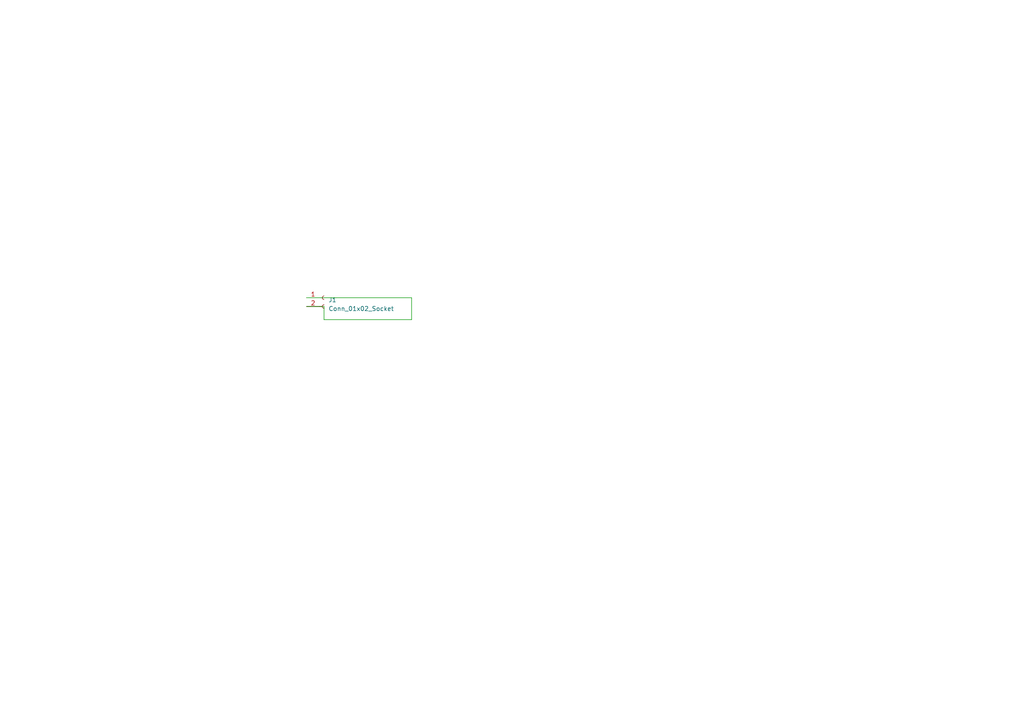
<source format=kicad_sch>
(kicad_sch (version 20230121) (generator eeschema)
  (paper "A4")
  (lib_symbols
    (symbol "Connector:Conn_01x02_Socket" (pin_names (offset 1.016) hide)
      (property "Reference" "J" (at 0 2.54 0))
      (property "Value" "Conn_01x02_Socket" (at 0 -5.08 0))
      (symbol "Conn_01x02_Socket_1_1"
        (arc (start 0 -2.032) (mid -0.5058 -2.54) (end 0 -3.048) (stroke (width 0.1524)))
        (polyline (pts (xy -1.27 -2.54) (xy -0.508 -2.54)) (stroke (width 0.1524)))
        (polyline (pts (xy -1.27 0) (xy -0.508 0)) (stroke (width 0.1524)))
        (arc (start 0 0.508) (mid -0.5058 0) (end 0 -0.508) (stroke (width 0.1524)))
        (pin passive line (at -5.08 0 0) (length 3.81) (name "Pin_1") (number "1"))
        (pin passive line (at -5.08 -2.54 0) (length 3.81) (name "Pin_2") (number "2"))
      )
    )
  )
  (wire (pts (xy 88.9 86.36) (xy 119.38 86.36)))
  (wire (pts (xy 119.38 86.36) (xy 119.38 92.71)))
  (wire (pts (xy 93.98 92.71) (xy 93.98 88.9)))
  (wire (pts (xy 88.9 88.9) (xy 93.98 88.9)))
  (wire (pts (xy 119.38 92.71) (xy 93.98 92.71)))
  (symbol (lib_id "Connector:Conn_01x02_Socket") (at 93.98 86.36 0) (unit 1)
    (property "Reference" "J1" (at 95.25 86.995 0) (effects (justify left)))
    (property "Value" "Conn_01x02_Socket" (at 95.25 89.535 0) (effects (justify left)))
    (property "Footprint" "Library:Banana_Jack_2Pin_Vert" (effects hide))
  )
)
</source>
